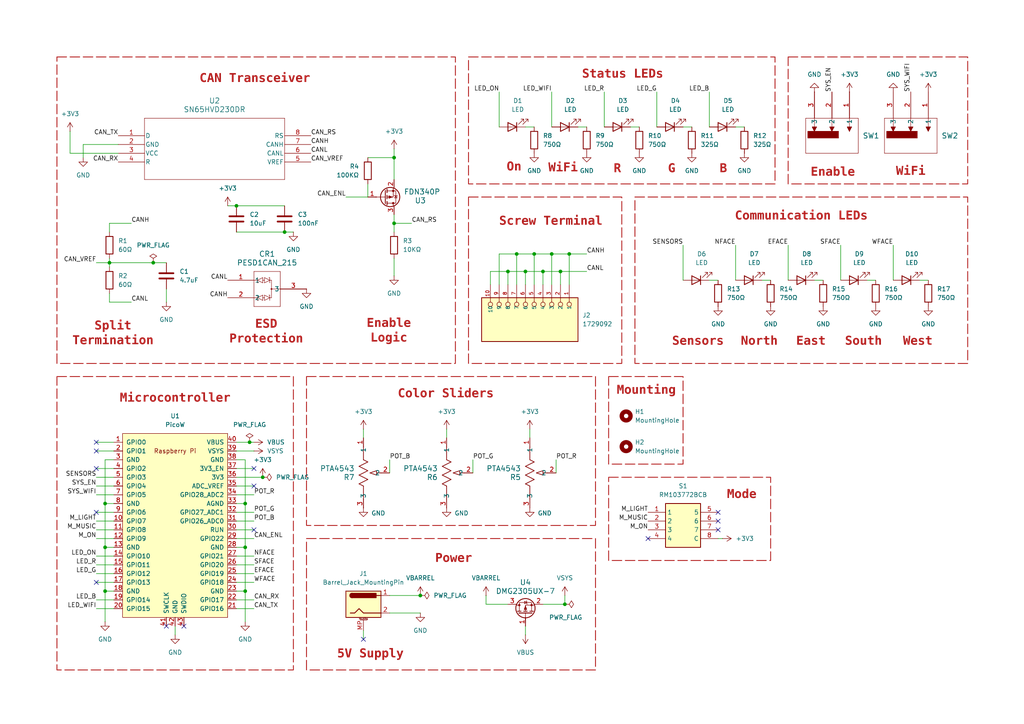
<source format=kicad_sch>
(kicad_sch (version 20231120) (generator "eeschema") (generator_version "8.0")
  (paper "A4")
  (title_block (title "McGraw Tower LED Control Panel") (date "2025-04-08") (rev "0"))
  (lib_symbols
    (symbol "1729092:1729092" (pin_names (offset 1.016))
      (property "Reference" "J" (at -6.85 15.24 0))
      (property "Value" "1729092" (at -6.35 -15.24 0))
      (symbol "1729092_0_0"
        (pin passive line (at -10.16 12.7 0) (length 5.08) (name "1") (number "1"))
        (pin passive line (at -10.16 -10.16 0) (length 5.08) (name "10") (number "10"))
        (pin passive line (at -10.16 10.16 0) (length 5.08) (name "2") (number "2"))
        (pin passive line (at -10.16 7.62 0) (length 5.08) (name "3") (number "3"))
        (pin passive line (at -10.16 5.08 0) (length 5.08) (name "4") (number "4"))
        (pin passive line (at -10.16 2.54 0) (length 5.08) (name "5") (number "5"))
        (pin passive line (at -10.16 0 0) (length 5.08) (name "6") (number "6"))
        (pin passive line (at -10.16 -2.54 0) (length 5.08) (name "7") (number "7"))
        (pin passive line (at -10.16 -5.08 0) (length 5.08) (name "8") (number "8"))
        (pin passive line (at -10.16 -7.62 0) (length 5.08) (name "9") (number "9"))
      )
    )
    (symbol "CAN:SN65HVD230DR" (pin_names (offset 0.254))
      (property "Reference" "U" (at 27.94 10.16 0))
      (property "Value" "SN65HVD230DR" (at 27.94 7.62 0))
      (symbol "SN65HVD230DR_0_1"
        (pin input line (at 0 0 0) (length 7.62) (name "D") (number "1"))
        (pin power_in line (at 0 -2.54 0) (length 7.62) (name "GND") (number "2"))
        (pin power_in line (at 0 -5.08 0) (length 7.62) (name "VCC") (number "3"))
        (pin input line (at 0 -7.62 0) (length 7.62) (name "R") (number "4"))
        (pin power_in line (at 55.88 -7.62 180) (length 7.62) (name "VREF") (number "5"))
        (pin output line (at 55.88 -5.08 180) (length 7.62) (name "CANL") (number "6"))
        (pin output line (at 55.88 -2.54 180) (length 7.62) (name "CANH") (number "7"))
        (pin input line (at 55.88 0 180) (length 7.62) (name "RS") (number "8"))
      )
    )
    (symbol "Connector:Barrel_Jack_MountingPin" (pin_names hide)
      (property "Reference" "J" (at 0 5.334 0))
      (property "Value" "Barrel_Jack_MountingPin" (at 1.27 -6.35 0))
      (symbol "Barrel_Jack_MountingPin_1_1"
        (text "Mounting" (at 0 -4.191 0) (effects (font (size 0.381 0.381))))
        (pin passive line (at 7.62 2.54 180) (length 2.54) (name "~") (number "1"))
        (pin passive line (at 7.62 -2.54 180) (length 2.54) (name "~") (number "2"))
        (pin passive line (at 0 -7.62 90) (length 3.048) (name "MountPin") (number "MP"))
      )
    )
    (symbol "Device:C" (pin_numbers hide) (pin_names (offset 0.254))
      (property "Reference" "C" (at 0.635 2.54 0))
      (property "Value" "C" (at 0.635 -2.54 0))
      (symbol "C_1_1"
        (pin passive line (at 0 3.81 270) (length 2.794) (name "~") (number "1"))
        (pin passive line (at 0 -3.81 90) (length 2.794) (name "~") (number "2"))
      )
    )
    (symbol "Device:LED" (pin_numbers hide) (pin_names (offset 1.016) hide)
      (property "Reference" "D" (at 0 2.54 0))
      (property "Value" "LED" (at 0 -2.54 0))
      (symbol "LED_1_1"
        (pin passive line (at -3.81 0 0) (length 2.54) (name "K") (number "1"))
        (pin passive line (at 3.81 0 180) (length 2.54) (name "A") (number "2"))
      )
    )
    (symbol "Device:R" (pin_numbers hide) (pin_names (offset 0))
      (property "Reference" "R" (at 2.032 0 90))
      (property "Value" "R" (at 0 0 90))
      (symbol "R_1_1"
        (pin passive line (at 0 3.81 270) (length 1.27) (name "~") (number "1"))
        (pin passive line (at 0 -3.81 90) (length 1.27) (name "~") (number "2"))
      )
    )
    (symbol "Mechanical:MountingHole" (pin_names (offset 1.016)) (exclude_from_sim yes) (in_bom no)
      (property "Reference" "H" (at 0 5.08 0))
      (property "Value" "MountingHole" (at 0 3.175 0))
    )
    (symbol "dmg2305ux:DMG2305UX-7" (pin_names (offset 0.254))
      (property "Reference" "U4" (at 19.05 5.08 90))
      (property "Value" "DMG2305UX-7" (at 16.51 5.08 90))
      (symbol "DMG2305UX-7_1_1"
        (pin power_in line (at 6.35 5.08 0) (length 2.54) (name "") (number "1"))
        (pin passive line (at 12.7 0 90) (length 2.54) (name "") (number "2"))
        (pin power_in line (at 12.7 10.16 270) (length 2.54) (name "") (number "3"))
      )
    )
    (symbol "fdn340p:FDN340P" (pin_names (offset 0.254))
      (property "Reference" "U3" (at 21.59 3.556 0))
      (property "Value" "FDN340P" (at 22.098 1.016 0))
      (symbol "FDN340P_1_1"
        (pin input line (at 6.35 2.54 0) (length 2.54) (name "") (number "1"))
        (pin unspecified line (at 13.97 -2.54 90) (length 2.54) (name "") (number "2"))
        (pin unspecified line (at 13.97 7.62 270) (length 2.54) (name "") (number "3"))
      )
    )
    (symbol "os102011ms2qn1:OS102011MS2QN1" (pin_names (offset 0.254))
      (property "Reference" "SW" (at 13.97 8.255 0))
      (property "Value" "OS102011MS2QN1" (at 20.32 5.08 0))
      (symbol "OS102011MS2QN1_0_1"
        (pin unspecified line (at 0 0 0) (length 7.62) (name "1") (number "1"))
        (pin unspecified line (at 0 -5.08 0) (length 7.62) (name "2") (number "2"))
        (pin unspecified line (at 0 -10.16 0) (length 7.62) (name "3") (number "3"))
      )
    )
    (symbol "pesd:PESD1CAN_215" (pin_names (offset 0.254))
      (property "Reference" "CR" (at 11.43 7.366 0))
      (property "Value" "PESD1CAN_215" (at 10.16 5.08 0))
      (symbol "PESD1CAN_215_0_1"
        (pin unspecified line (at 0 0 0) (length 7.62) (name "1") (number "1"))
        (pin unspecified line (at 0 -5.08 0) (length 7.62) (name "2") (number "2"))
        (pin unspecified line (at 22.86 -2.54 180) (length 7.62) (name "3") (number "3"))
      )
    )
    (symbol "pico:PicoW" (pin_names (offset 1.016))
      (property "Reference" "U1" (at 0 31.75 0))
      (property "Value" "PicoW" (at 0 29.21 0))
      (symbol "PicoW_0_0"
        (text "Raspberry Pi" (at 0 21.59 0) (effects (font (size 1.27 1.27))))
      )
      (symbol "PicoW_1_1"
        (pin bidirectional line (at -17.78 24.13 0) (length 2.54) (name "GPIO0") (number "1"))
        (pin bidirectional line (at -17.78 1.27 0) (length 2.54) (name "GPIO7") (number "10"))
        (pin bidirectional line (at -17.78 -1.27 0) (length 2.54) (name "GPIO8") (number "11"))
        (pin bidirectional line (at -17.78 -3.81 0) (length 2.54) (name "GPIO9") (number "12"))
        (pin power_in line (at -17.78 -6.35 0) (length 2.54) (name "GND") (number "13"))
        (pin bidirectional line (at -17.78 -8.89 0) (length 2.54) (name "GPIO10") (number "14"))
        (pin bidirectional line (at -17.78 -11.43 0) (length 2.54) (name "GPIO11") (number "15"))
        (pin bidirectional line (at -17.78 -13.97 0) (length 2.54) (name "GPIO12") (number "16"))
        (pin bidirectional line (at -17.78 -16.51 0) (length 2.54) (name "GPIO13") (number "17"))
        (pin power_in line (at -17.78 -19.05 0) (length 2.54) (name "GND") (number "18"))
        (pin bidirectional line (at -17.78 -21.59 0) (length 2.54) (name "GPIO14") (number "19"))
        (pin bidirectional line (at -17.78 21.59 0) (length 2.54) (name "GPIO1") (number "2"))
        (pin bidirectional line (at -17.78 -24.13 0) (length 2.54) (name "GPIO15") (number "20"))
        (pin bidirectional line (at 17.78 -24.13 180) (length 2.54) (name "GPIO16") (number "21"))
        (pin bidirectional line (at 17.78 -21.59 180) (length 2.54) (name "GPIO17") (number "22"))
        (pin power_in line (at 17.78 -19.05 180) (length 2.54) (name "GND") (number "23"))
        (pin bidirectional line (at 17.78 -16.51 180) (length 2.54) (name "GPIO18") (number "24"))
        (pin bidirectional line (at 17.78 -13.97 180) (length 2.54) (name "GPIO19") (number "25"))
        (pin bidirectional line (at 17.78 -11.43 180) (length 2.54) (name "GPIO20") (number "26"))
        (pin bidirectional line (at 17.78 -8.89 180) (length 2.54) (name "GPIO21") (number "27"))
        (pin power_in line (at 17.78 -6.35 180) (length 2.54) (name "GND") (number "28"))
        (pin bidirectional line (at 17.78 -3.81 180) (length 2.54) (name "GPIO22") (number "29"))
        (pin power_in line (at -17.78 19.05 0) (length 2.54) (name "GND") (number "3"))
        (pin input line (at 17.78 -1.27 180) (length 2.54) (name "RUN") (number "30"))
        (pin bidirectional line (at 17.78 1.27 180) (length 2.54) (name "GPIO26_ADC0") (number "31"))
        (pin bidirectional line (at 17.78 3.81 180) (length 2.54) (name "GPIO27_ADC1") (number "32"))
        (pin power_in line (at 17.78 6.35 180) (length 2.54) (name "AGND") (number "33"))
        (pin bidirectional line (at 17.78 8.89 180) (length 2.54) (name "GPIO28_ADC2") (number "34"))
        (pin unspecified line (at 17.78 11.43 180) (length 2.54) (name "ADC_VREF") (number "35"))
        (pin unspecified line (at 17.78 13.97 180) (length 2.54) (name "3V3") (number "36"))
        (pin input line (at 17.78 16.51 180) (length 2.54) (name "3V3_EN") (number "37"))
        (pin power_out line (at 17.78 19.05 180) (length 2.54) (name "GND") (number "38"))
        (pin unspecified line (at 17.78 21.59 180) (length 2.54) (name "VSYS") (number "39"))
        (pin bidirectional line (at -17.78 16.51 0) (length 2.54) (name "GPIO2") (number "4"))
        (pin unspecified line (at 17.78 24.13 180) (length 2.54) (name "VBUS") (number "40"))
        (pin input line (at -2.54 -29.21 90) (length 2.54) (name "SWCLK") (number "41"))
        (pin power_in line (at 0 -29.21 90) (length 2.54) (name "GND") (number "42"))
        (pin bidirectional line (at 2.54 -29.21 90) (length 2.54) (name "SWDIO") (number "43"))
        (pin bidirectional line (at -17.78 13.97 0) (length 2.54) (name "GPIO3") (number "5"))
        (pin bidirectional line (at -17.78 11.43 0) (length 2.54) (name "GPIO4") (number "6"))
        (pin bidirectional line (at -17.78 8.89 0) (length 2.54) (name "GPIO5") (number "7"))
        (pin power_in line (at -17.78 6.35 0) (length 2.54) (name "GND") (number "8"))
        (pin bidirectional line (at -17.78 3.81 0) (length 2.54) (name "GPIO6") (number "9"))
      )
    )
    (symbol "power:+3V3" (power) (pin_numbers hide) (pin_names (offset 0) hide)
      (property "Value" "+3V3" (at 0 3.556 0))
      (symbol "+3V3_1_1"
        (pin power_in line (at 0 0 90) (length 0) (name "~") (number "1"))
      )
    )
    (symbol "power:GND" (power) (pin_numbers hide) (pin_names (offset 0) hide)
      (property "Value" "GND" (at 0 -3.81 0))
      (symbol "GND_1_1"
        (pin power_in line (at 0 0 270) (length 0) (name "~") (number "1"))
      )
    )
    (symbol "power:PWR_FLAG" (power) (pin_numbers hide) (pin_names (offset 0) hide)
      (property "Value" "PWR_FLAG" (at 0 3.81 0))
      (symbol "PWR_FLAG_0_0"
        (pin power_out line (at 0 0 90) (length 0) (name "~") (number "1"))
      )
    )
    (symbol "power:VBUS" (power) (pin_numbers hide) (pin_names (offset 0) hide)
      (property "Value" "VBUS" (at 0 3.556 0))
      (symbol "VBUS_1_1"
        (pin power_in line (at 0 0 90) (length 0) (name "~") (number "1"))
      )
    )
    (symbol "power:VD" (power) (pin_numbers hide) (pin_names (offset 0) hide)
      (property "Value" "VD" (at 0 3.556 0))
      (symbol "VD_1_1"
        (pin power_in line (at 0 0 90) (length 0) (name "~") (number "1"))
      )
    )
    (symbol "pta4543:PTA4543-2015DPA103" (pin_names (offset 0.254))
      (property "Reference" "R" (at 10.795 -3.175 0))
      (property "Value" "PTA4543-2015DPA103" (at 10.795 -6.35 0))
      (symbol "PTA4543-2015DPA103_1_1"
        (pin unspecified line (at 0 0 0) (length 2.54) (name "1") (number "1"))
        (pin unspecified line (at 10.16 7.62 270) (length 2.54) (name "2") (number "2"))
        (pin unspecified line (at 20.32 0 180) (length 2.54) (name "3") (number "3"))
      )
      (symbol "PTA4543-2015DPA103_1_2"
        (pin unspecified line (at 0 0 270) (length 2.54) (name "1") (number "1"))
        (pin unspecified line (at -7.62 -10.16 0) (length 2.54) (name "2") (number "2"))
        (pin unspecified line (at 0 -20.32 90) (length 2.54) (name "3") (number "3"))
      )
    )
    (symbol "rm103772bcb:RM103772BCB"
      (property "Reference" "S" (at 16.51 7.62 0))
      (property "Value" "RM103772BCB" (at 16.51 5.08 0))
      (symbol "RM103772BCB_1_1"
        (pin passive line (at 0 0 0) (length 5.08) (name "1") (number "1"))
        (pin passive line (at 0 -2.54 0) (length 5.08) (name "2") (number "2"))
        (pin passive line (at 0 -5.08 0) (length 5.08) (name "3") (number "3"))
        (pin passive line (at 0 -7.62 0) (length 5.08) (name "4") (number "4"))
        (pin passive line (at 20.32 0 180) (length 5.08) (name "5") (number "5"))
        (pin passive line (at 20.32 -2.54 180) (length 5.08) (name "6") (number "6"))
        (pin passive line (at 20.32 -5.08 180) (length 5.08) (name "7") (number "7"))
        (pin passive line (at 20.32 -7.62 180) (length 5.08) (name "C") (number "8"))
      )
    )
  )
  (junction (at 157.48 78.74))
  (junction (at 31.75 76.2))
  (junction (at 71.12 158.75))
  (junction (at 68.58 59.69))
  (junction (at 154.94 73.66))
  (junction (at 72.39 128.27))
  (junction (at 76.2 138.43))
  (junction (at 160.02 73.66))
  (junction (at 147.32 78.74))
  (junction (at 162.56 78.74))
  (junction (at 121.92 172.72))
  (junction (at 165.1 73.66))
  (junction (at 82.55 67.31))
  (junction (at 114.3 45.72))
  (junction (at 163.83 175.26))
  (junction (at 44.45 76.2))
  (junction (at 114.3 64.77))
  (junction (at 30.48 146.05))
  (junction (at 71.12 146.05))
  (junction (at 152.4 78.74))
  (junction (at 30.48 171.45))
  (junction (at 149.86 73.66))
  (junction (at 71.12 171.45))
  (junction (at 30.48 158.75))
  (no_connect (at 27.94 130.81))
  (no_connect (at 27.94 148.59))
  (no_connect (at 208.28 148.59))
  (no_connect (at 73.66 140.97))
  (no_connect (at 27.94 135.89))
  (no_connect (at 208.28 153.67))
  (no_connect (at 208.28 151.13))
  (no_connect (at 73.66 135.89))
  (no_connect (at 27.94 128.27))
  (no_connect (at 53.34 181.61))
  (no_connect (at 73.66 153.67))
  (no_connect (at 48.26 181.61))
  (no_connect (at 105.41 185.42))
  (no_connect (at 27.94 168.91))
  (no_connect (at 187.96 156.21))
  (wire (pts (xy 27.94 163.83) (xy 33.02 163.83)))
  (wire (pts (xy 152.4 78.74) (xy 152.4 82.55)))
  (wire (pts (xy 68.58 161.29) (xy 73.66 161.29)))
  (wire (pts (xy 68.58 128.27) (xy 72.39 128.27)))
  (wire (pts (xy 27.94 148.59) (xy 33.02 148.59)))
  (wire (pts (xy 27.94 153.67) (xy 33.02 153.67)))
  (wire (pts (xy 38.1 87.63) (xy 31.75 87.63)))
  (wire (pts (xy 68.58 143.51) (xy 73.66 143.51)))
  (wire (pts (xy 33.02 133.35) (xy 30.48 133.35)))
  (wire (pts (xy 161.29 133.35) (xy 161.29 137.16)))
  (wire (pts (xy 140.97 175.26) (xy 147.32 175.26)))
  (wire (pts (xy 142.24 78.74) (xy 147.32 78.74)))
  (wire (pts (xy 34.29 41.91) (xy 24.13 41.91)))
  (wire (pts (xy 266.7 81.28) (xy 269.24 81.28)))
  (wire (pts (xy 100.33 57.15) (xy 106.68 57.15)))
  (wire (pts (xy 175.26 26.67) (xy 175.26 36.83)))
  (wire (pts (xy 30.48 171.45) (xy 33.02 171.45)))
  (wire (pts (xy 66.04 59.69) (xy 68.58 59.69)))
  (wire (pts (xy 31.75 76.2) (xy 31.75 77.47)))
  (wire (pts (xy 157.48 78.74) (xy 162.56 78.74)))
  (wire (pts (xy 68.58 130.81) (xy 73.66 130.81)))
  (wire (pts (xy 149.86 73.66) (xy 149.86 82.55)))
  (wire (pts (xy 30.48 158.75) (xy 30.48 171.45)))
  (wire (pts (xy 68.58 133.35) (xy 71.12 133.35)))
  (wire (pts (xy 228.6 71.12) (xy 228.6 81.28)))
  (wire (pts (xy 190.5 26.67) (xy 190.5 36.83)))
  (wire (pts (xy 154.94 73.66) (xy 149.86 73.66)))
  (wire (pts (xy 113.03 177.8) (xy 121.92 177.8)))
  (wire (pts (xy 68.58 146.05) (xy 71.12 146.05)))
  (wire (pts (xy 154.94 73.66) (xy 154.94 82.55)))
  (wire (pts (xy 30.48 146.05) (xy 30.48 158.75)))
  (wire (pts (xy 68.58 67.31) (xy 82.55 67.31)))
  (wire (pts (xy 71.12 171.45) (xy 71.12 180.34)))
  (wire (pts (xy 68.58 168.91) (xy 73.66 168.91)))
  (wire (pts (xy 259.08 71.12) (xy 259.08 81.28)))
  (wire (pts (xy 68.58 176.53) (xy 73.66 176.53)))
  (wire (pts (xy 68.58 166.37) (xy 73.66 166.37)))
  (wire (pts (xy 149.86 73.66) (xy 144.78 73.66)))
  (wire (pts (xy 114.3 45.72) (xy 114.3 52.07)))
  (wire (pts (xy 20.32 44.45) (xy 20.32 38.1)))
  (wire (pts (xy 251.46 81.28) (xy 254 81.28)))
  (wire (pts (xy 205.74 26.67) (xy 205.74 36.83)))
  (wire (pts (xy 160.02 26.67) (xy 160.02 36.83)))
  (wire (pts (xy 152.4 36.83) (xy 154.94 36.83)))
  (wire (pts (xy 50.8 181.61) (xy 50.8 184.15)))
  (wire (pts (xy 160.02 73.66) (xy 160.02 82.55)))
  (wire (pts (xy 147.32 78.74) (xy 152.4 78.74)))
  (wire (pts (xy 27.94 143.51) (xy 33.02 143.51)))
  (wire (pts (xy 140.97 172.72) (xy 140.97 175.26)))
  (wire (pts (xy 129.54 124.46) (xy 129.54 127)))
  (wire (pts (xy 27.94 173.99) (xy 33.02 173.99)))
  (wire (pts (xy 27.94 176.53) (xy 33.02 176.53)))
  (wire (pts (xy 105.41 182.88) (xy 105.41 185.42)))
  (wire (pts (xy 114.3 74.93) (xy 114.3 80.01)))
  (wire (pts (xy 71.12 133.35) (xy 71.12 146.05)))
  (wire (pts (xy 170.18 78.74) (xy 162.56 78.74)))
  (wire (pts (xy 68.58 135.89) (xy 73.66 135.89)))
  (wire (pts (xy 68.58 163.83) (xy 73.66 163.83)))
  (wire (pts (xy 27.94 166.37) (xy 33.02 166.37)))
  (wire (pts (xy 153.67 124.46) (xy 153.67 127)))
  (wire (pts (xy 68.58 158.75) (xy 71.12 158.75)))
  (wire (pts (xy 113.03 172.72) (xy 121.92 172.72)))
  (wire (pts (xy 30.48 171.45) (xy 30.48 180.34)))
  (wire (pts (xy 182.88 36.83) (xy 185.42 36.83)))
  (wire (pts (xy 208.28 156.21) (xy 209.55 156.21)))
  (wire (pts (xy 147.32 78.74) (xy 147.32 82.55)))
  (wire (pts (xy 68.58 138.43) (xy 76.2 138.43)))
  (wire (pts (xy 236.22 81.28) (xy 238.76 81.28)))
  (wire (pts (xy 48.26 83.82) (xy 48.26 87.63)))
  (wire (pts (xy 170.18 73.66) (xy 165.1 73.66)))
  (wire (pts (xy 163.83 175.26) (xy 163.83 172.72)))
  (wire (pts (xy 27.94 156.21) (xy 33.02 156.21)))
  (wire (pts (xy 31.75 64.77) (xy 31.75 67.31)))
  (wire (pts (xy 71.12 146.05) (xy 71.12 158.75)))
  (wire (pts (xy 27.94 128.27) (xy 33.02 128.27)))
  (wire (pts (xy 68.58 171.45) (xy 71.12 171.45)))
  (wire (pts (xy 44.45 76.2) (xy 48.26 76.2)))
  (wire (pts (xy 113.03 133.35) (xy 113.03 137.16)))
  (wire (pts (xy 114.3 62.23) (xy 114.3 64.77)))
  (wire (pts (xy 167.64 36.83) (xy 170.18 36.83)))
  (wire (pts (xy 213.36 36.83) (xy 215.9 36.83)))
  (wire (pts (xy 24.13 41.91) (xy 24.13 45.72)))
  (wire (pts (xy 27.94 135.89) (xy 33.02 135.89)))
  (wire (pts (xy 160.02 73.66) (xy 154.94 73.66)))
  (wire (pts (xy 157.48 78.74) (xy 157.48 82.55)))
  (wire (pts (xy 220.98 81.28) (xy 223.52 81.28)))
  (wire (pts (xy 114.3 64.77) (xy 119.38 64.77)))
  (wire (pts (xy 38.1 64.77) (xy 31.75 64.77)))
  (wire (pts (xy 213.36 71.12) (xy 213.36 81.28)))
  (wire (pts (xy 152.4 181.61) (xy 152.4 184.15)))
  (wire (pts (xy 68.58 148.59) (xy 73.66 148.59)))
  (wire (pts (xy 205.74 81.28) (xy 208.28 81.28)))
  (wire (pts (xy 68.58 173.99) (xy 73.66 173.99)))
  (wire (pts (xy 27.94 138.43) (xy 33.02 138.43)))
  (wire (pts (xy 157.48 175.26) (xy 163.83 175.26)))
  (wire (pts (xy 68.58 151.13) (xy 73.66 151.13)))
  (wire (pts (xy 68.58 156.21) (xy 73.66 156.21)))
  (wire (pts (xy 27.94 140.97) (xy 33.02 140.97)))
  (wire (pts (xy 106.68 53.34) (xy 106.68 57.15)))
  (wire (pts (xy 198.12 36.83) (xy 200.66 36.83)))
  (wire (pts (xy 27.94 168.91) (xy 33.02 168.91)))
  (wire (pts (xy 165.1 73.66) (xy 160.02 73.66)))
  (wire (pts (xy 114.3 43.18) (xy 114.3 45.72)))
  (wire (pts (xy 72.39 128.27) (xy 73.66 128.27)))
  (wire (pts (xy 27.94 130.81) (xy 33.02 130.81)))
  (wire (pts (xy 82.55 67.31) (xy 85.09 67.31)))
  (wire (pts (xy 68.58 153.67) (xy 73.66 153.67)))
  (wire (pts (xy 34.29 44.45) (xy 20.32 44.45)))
  (wire (pts (xy 106.68 45.72) (xy 114.3 45.72)))
  (wire (pts (xy 30.48 146.05) (xy 33.02 146.05)))
  (wire (pts (xy 71.12 158.75) (xy 71.12 171.45)))
  (wire (pts (xy 137.16 133.35) (xy 137.16 137.16)))
  (wire (pts (xy 114.3 64.77) (xy 114.3 67.31)))
  (wire (pts (xy 27.94 151.13) (xy 33.02 151.13)))
  (wire (pts (xy 30.48 133.35) (xy 30.48 146.05)))
  (wire (pts (xy 152.4 78.74) (xy 157.48 78.74)))
  (wire (pts (xy 31.75 74.93) (xy 31.75 76.2)))
  (wire (pts (xy 31.75 76.2) (xy 44.45 76.2)))
  (wire (pts (xy 27.94 76.2) (xy 31.75 76.2)))
  (wire (pts (xy 27.94 161.29) (xy 33.02 161.29)))
  (wire (pts (xy 165.1 73.66) (xy 165.1 82.55)))
  (wire (pts (xy 144.78 26.67) (xy 144.78 36.83)))
  (wire (pts (xy 105.41 124.46) (xy 105.41 127)))
  (wire (pts (xy 243.84 71.12) (xy 243.84 81.28)))
  (wire (pts (xy 68.58 59.69) (xy 82.55 59.69)))
  (wire (pts (xy 30.48 158.75) (xy 33.02 158.75)))
  (wire (pts (xy 198.12 71.12) (xy 198.12 81.28)))
  (wire (pts (xy 142.24 82.55) (xy 142.24 78.74)))
  (wire (pts (xy 68.58 140.97) (xy 73.66 140.97)))
  (wire (pts (xy 31.75 87.63) (xy 31.75 85.09)))
  (wire (pts (xy 144.78 73.66) (xy 144.78 82.55)))
  (wire (pts (xy 162.56 78.74) (xy 162.56 82.55)))
  (rectangle (start 16.51 16.51) (end 132.08 105.41) (stroke (width 0.254) (type dash) (color 179 27 27 1)))
  (rectangle (start 135.89 16.51) (end 224.79 53.34) (stroke (width 0.254) (type dash) (color 179 27 27 1)))
  (rectangle (start 176.53 138.43) (end 223.52 162.56) (stroke (width 0.254) (type dash) (color 179 27 27 1)))
  (rectangle (start 135.89 57.15) (end 180.34 105.41) (stroke (width 0.254) (type dash) (color 179 27 27 1)))
  (rectangle (start 184.15 57.15) (end 280.67 105.41) (stroke (width 0.254) (type dash) (color 179 27 27 1)))
  (rectangle (start 88.9 156.21) (end 172.72 194.31) (stroke (width 0.254) (type dash) (color 179 27 27 1)))
  (rectangle (start 16.51 109.22) (end 85.09 194.31) (stroke (width 0.254) (type dash) (color 179 27 27 1)))
  (rectangle (start 176.53 109.22) (end 198.12 134.62) (stroke (width 0.254) (type dash) (color 179 27 27 1)))
  (rectangle (start 228.6 16.51) (end 280.67 53.34) (stroke (width 0.254) (type dash) (color 179 27 27 1)))
  (rectangle (start 88.9 109.22) (end 172.72 152.4) (stroke (width 0.254) (type dash) (color 179 27 27 1)))
  (text "WiFi" (at 163.322 49.53 0) (effects (font (size 2.54 2.54) (bold yes))))
  (text "Sensors" (at 202.438 99.822 0) (effects (font (size 2.54 2.54) (bold yes))))
  (text "Status LEDs" (at 180.594 22.352 0) (effects (font (size 2.54 2.54) (bold yes))))
  (text "WiFi" (at 264.16 50.546 0) (effects (font (size 2.54 2.54) (bold yes))))
  (text "5V Supply" (at 107.442 190.5 0) (effects (font (size 2.54 2.54) (bold yes))))
  (text "G" (at 194.818 49.784 0) (effects (font (size 2.54 2.54) (bold yes))))
  (text "Split\nTermination" (at 32.766 97.536 0) (effects (font (size 2.54 2.54) (bold yes))))
  (text "Power" (at 131.572 162.814 0) (effects (font (size 2.54 2.54) (bold yes))))
  (text "On\n" (at 149.098 49.276 0) (effects (font (size 2.54 2.54) (bold yes))))
  (text "Mode" (at 215.138 144.272 0) (effects (font (size 2.54 2.54) (bold yes))))
  (text "South" (at 250.444 99.822 0) (effects (font (size 2.54 2.54) (bold yes))))
  (text "Color Sliders" (at 129.286 115.062 0) (effects (font (size 2.54 2.54) (bold yes))))
  (text "Communication LEDs" (at 232.41 63.5 0) (effects (font (size 2.54 2.54) (bold yes))))
  (text "Enable\nLogic" (at 112.776 96.774 0) (effects (font (size 2.54 2.54) (bold yes))))
  (text "East" (at 235.204 99.822 0) (effects (font (size 2.54 2.54) (bold yes))))
  (text "Enable" (at 241.554 50.8 0) (effects (font (size 2.54 2.54) (bold yes))))
  (text "Screw Terminal" (at 159.766 65.024 0) (effects (font (size 2.54 2.54) (bold yes))))
  (text "B" (at 209.804 49.784 0) (effects (font (size 2.54 2.54) (bold yes))))
  (text "Microcontroller" (at 50.8 116.332 0) (effects (font (size 2.54 2.54) (bold yes))))
  (text "CAN Transceiver" (at 73.914 23.622 0) (effects (font (size 2.54 2.54) (bold yes))))
  (text "ESD\nProtection" (at 77.216 97.028 0) (effects (font (size 2.54 2.54) (bold yes))))
  (text "R" (at 179.07 49.784 0) (effects (font (size 2.54 2.54) (bold yes))))
  (text "North" (at 220.218 99.822 0) (effects (font (size 2.54 2.54) (bold yes))))
  (text "Mounting" (at 187.452 114.046 0) (effects (font (size 2.54 2.54) (bold yes))))
  (text "West" (at 266.192 99.822 0) (effects (font (size 2.54 2.54) (bold yes))))
  (label "LED_R" (at 27.94 163.83 180))
  (label "CAN_ENL" (at 100.33 57.15 180))
  (label "LED_B" (at 27.94 173.99 180))
  (label "SENSORS" (at 198.12 71.12 180))
  (label "SYS_EN" (at 241.3 26.67 90))
  (label "POT_R" (at 73.66 143.51 0))
  (label "SYS_EN" (at 27.94 140.97 180))
  (label "POT_G" (at 73.66 148.59 0))
  (label "CANL" (at 170.18 78.74 0))
  (label "WFACE" (at 259.08 71.12 180))
  (label "CAN_VREF" (at 90.17 46.99 0))
  (label "CAN_TX" (at 73.66 176.53 0))
  (label "M_LIGHT" (at 187.96 148.59 180))
  (label "LED_G" (at 27.94 166.37 180))
  (label "CAN_VREF" (at 27.94 76.2 180))
  (label "SENSORS" (at 27.94 138.43 180))
  (label "POT_B" (at 73.66 151.13 0))
  (label "POT_B" (at 113.03 133.35 0))
  (label "LED_WIFI" (at 160.02 26.67 180))
  (label "SYS_WIFI" (at 264.16 26.67 90))
  (label "LED_B" (at 205.74 26.67 180))
  (label "CAN_RX" (at 73.66 173.99 0))
  (label "POT_G" (at 137.16 133.35 0))
  (label "NFACE" (at 213.36 71.12 180))
  (label "LED_R" (at 175.26 26.67 180))
  (label "M_LIGHT" (at 27.94 151.13 180))
  (label "CANH" (at 38.1 64.77 0))
  (label "POT_R" (at 161.29 133.35 0))
  (label "LED_ON" (at 144.78 26.67 180))
  (label "M_ON" (at 187.96 153.67 180))
  (label "CANH" (at 66.04 86.36 180))
  (label "LED_ON" (at 27.94 161.29 180))
  (label "WFACE" (at 73.66 168.91 0))
  (label "CAN_RX" (at 34.29 46.99 180))
  (label "LED_G" (at 190.5 26.67 180))
  (label "CAN_RS" (at 119.38 64.77 0))
  (label "CANH" (at 170.18 73.66 0))
  (label "M_MUSIC" (at 187.96 151.13 180))
  (label "SFACE" (at 73.66 163.83 0))
  (label "CAN_TX" (at 34.29 39.37 180))
  (label "CANL" (at 90.17 44.45 0))
  (label "EFACE" (at 228.6 71.12 180))
  (label "M_MUSIC" (at 27.94 153.67 180))
  (label "NFACE" (at 73.66 161.29 0))
  (label "CANL" (at 66.04 81.28 180))
  (label "CANL" (at 38.1 87.63 0))
  (label "SYS_WIFI" (at 27.94 143.51 180))
  (label "CAN_RS" (at 90.17 39.37 0))
  (label "CAN_ENL" (at 73.66 156.21 0))
  (label "EFACE" (at 73.66 166.37 0))
  (label "M_ON" (at 27.94 156.21 180))
  (label "LED_WIFI" (at 27.94 176.53 180))
  (label "CANH" (at 90.17 41.91 0))
  (label "SFACE" (at 243.84 71.12 180))
  (symbol (lib_id "Device:R") (at 114.3 71.12 0) (unit 1)
    (property "Reference" "R3" (at 116.84 69.8499 0) (effects (justify left)))
    (property "Value" "10KΩ" (at 116.84 72.3899 0) (effects (justify left)))
    (property "Footprint" "Resistor_SMD:R_0603_1608Metric" (effects (hide yes)))
    (property "Description" "Resistor" (effects (hide yes)))
  )
  (symbol (lib_id "1729092:1729092") (at 152.4 92.71 270) (unit 1)
    (property "Reference" "J2" (at 168.91 91.4399 90) (effects (justify left)))
    (property "Value" "1729092" (at 168.91 93.9799 90) (effects (justify left)))
    (property "Footprint" "1729092:PHOENIX_1729092" (effects (hide yes)))
    (property "DigiKey_Part_Number" "277-1244-ND" (effects (hide yes)))
    (property "SnapEDA_Link" "https://www.snapeda.com/parts/1729092/Phoenix+Contact/view-part/?ref=snap" (effects (hide yes)))
    (property "Description_1" "\n                        \n                            PCB Terminal Screw 5mm 16AWG 400V 13.5A 10 Position COMBICON MKDSN Series | Phoenix Contact 1729092\n                        \n" (effects (hide yes)))
    (property "Package" "None" (effects (hide yes)))
    (property "Check_prices" "https://www.snapeda.com/parts/1729092/Phoenix+Contact/view-part/?ref=eda" (effects (hide yes)))
    (property "MF" "Phoenix Contact" (effects (hide yes)))
    (property "MP" "1729092" (effects (hide yes)))
    (property "MANUFACTURER" "PHOENIX" (effects (hide yes)))
  )
  (symbol (lib_id "Connector:Barrel_Jack_MountingPin") (at 105.41 175.26 0) (unit 1)
    (property "Reference" "J1" (at 105.41 166.37 0))
    (property "Value" "Barrel_Jack_MountingPin" (at 105.41 168.91 0))
    (property "Footprint" "Connector_BarrelJack:BarrelJack_CUI_PJ-102AH_Horizontal" (effects (hide yes)))
    (property "Description" "DC Barrel Jack with a mounting pin" (effects (hide yes)))
  )
  (symbol (lib_id "power:GND") (at 50.8 184.15 0) (unit 1)
    (property "Reference" "#PWR03" (effects (hide yes)))
    (property "Value" "GND" (at 50.8 189.23 0))
    (property "Description" "Power symbol creates a global label with name \"GND\" , ground" (effects (hide yes)))
  )
  (symbol (lib_id "Device:LED") (at 262.89 81.28 180) (unit 1)
    (property "Reference" "D10" (at 264.4775 73.66 0))
    (property "Value" "LED" (at 264.4775 76.2 0))
    (property "Footprint" "LED_SMD:LED_0603_1608Metric" (effects (hide yes)))
    (property "Description" "Light emitting diode" (effects (hide yes)))
  )
  (symbol (lib_id "Device:LED") (at 148.59 36.83 180) (unit 1)
    (property "Reference" "D1" (at 150.1775 29.21 0))
    (property "Value" "LED" (at 150.1775 31.75 0))
    (property "Footprint" "LED_SMD:LED_0603_1608Metric" (effects (hide yes)))
    (property "Description" "Light emitting diode" (effects (hide yes)))
  )
  (symbol (lib_id "power:GND") (at 105.41 147.32 0) (unit 1)
    (property "Reference" "#PWR024" (effects (hide yes)))
    (property "Value" "GND" (at 109.728 148.844 0))
    (property "Description" "Power symbol creates a global label with name \"GND\" , ground" (effects (hide yes)))
  )
  (symbol (lib_id "Device:R") (at 200.66 40.64 0) (unit 1)
    (property "Reference" "R11" (at 203.2 39.3699 0) (effects (justify left)))
    (property "Value" "325Ω" (at 203.2 41.9099 0) (effects (justify left)))
    (property "Footprint" "Resistor_SMD:R_0603_1608Metric" (effects (hide yes)))
    (property "Description" "Resistor" (effects (hide yes)))
  )
  (symbol (lib_id "power:GND") (at 154.94 44.45 0) (unit 1)
    (property "Reference" "#PWR030" (effects (hide yes)))
    (property "Value" "GND" (at 154.94 49.53 0))
    (property "Description" "Power symbol creates a global label with name \"GND\" , ground" (effects (hide yes)))
  )
  (symbol (lib_id "power:+3V3") (at 20.32 38.1 0) (unit 1)
    (property "Reference" "#PWR05" (effects (hide yes)))
    (property "Value" "+3V3" (at 20.32 33.02 0))
    (property "Description" "Power symbol creates a global label with name \"+3V3\"" (effects (hide yes)))
  )
  (symbol (lib_id "Device:R") (at 215.9 40.64 0) (unit 1)
    (property "Reference" "R12" (at 218.44 39.3699 0) (effects (justify left)))
    (property "Value" "325Ω" (at 218.44 41.9099 0) (effects (justify left)))
    (property "Footprint" "Resistor_SMD:R_0603_1608Metric" (effects (hide yes)))
    (property "Description" "Resistor" (effects (hide yes)))
  )
  (symbol (lib_id "power:GND") (at 48.26 87.63 0) (unit 1)
    (property "Reference" "#PWR06" (effects (hide yes)))
    (property "Value" "GND" (at 48.26 92.71 0))
    (property "Description" "Power symbol creates a global label with name \"GND\" , ground" (effects (hide yes)))
  )
  (symbol (lib_id "power:GND") (at 236.22 26.67 180) (unit 1)
    (property "Reference" "#PWR026" (effects (hide yes)))
    (property "Value" "GND" (at 236.22 21.59 0))
    (property "Description" "Power symbol creates a global label with name \"GND\" , ground" (effects (hide yes)))
  )
  (symbol (lib_id "power:+3V3") (at 209.55 156.21 270) (unit 1)
    (property "Reference" "#PWR025" (effects (hide yes)))
    (property "Value" "+3V3" (at 213.36 156.2099 90) (effects (justify left)))
    (property "Description" "Power symbol creates a global label with name \"+3V3\"" (effects (hide yes)))
  )
  (symbol (lib_id "power:GND") (at 215.9 44.45 0) (unit 1)
    (property "Reference" "#PWR034" (effects (hide yes)))
    (property "Value" "GND" (at 215.9 49.53 0))
    (property "Description" "Power symbol creates a global label with name \"GND\" , ground" (effects (hide yes)))
  )
  (symbol (lib_id "power:VD") (at 73.66 130.81 270) (unit 1)
    (property "Reference" "#PWR018" (effects (hide yes)))
    (property "Value" "VSYS" (at 77.47 130.8099 90) (effects (justify left)))
    (property "Description" "Power symbol creates a global label with name \"VD\"" (effects (hide yes)))
  )
  (symbol (lib_id "Device:LED") (at 201.93 81.28 180) (unit 1)
    (property "Reference" "D6" (at 203.5175 73.66 0))
    (property "Value" "LED" (at 203.5175 76.2 0))
    (property "Footprint" "LED_SMD:LED_0603_1608Metric" (effects (hide yes)))
    (property "Description" "Light emitting diode" (effects (hide yes)))
  )
  (symbol (lib_id "power:VBUS") (at 73.66 128.27 270) (unit 1)
    (property "Reference" "#PWR017" (effects (hide yes)))
    (property "Value" "VBUS" (at 77.47 128.2699 90) (effects (justify left)))
    (property "Description" "Power symbol creates a global label with name \"VBUS\"" (effects (hide yes)))
  )
  (symbol (lib_id "power:GND") (at 259.08 26.67 180) (unit 1)
    (property "Reference" "#PWR029" (effects (hide yes)))
    (property "Value" "GND" (at 259.08 21.59 0))
    (property "Description" "Power symbol creates a global label with name \"GND\" , ground" (effects (hide yes)))
  )
  (symbol (lib_id "Device:C") (at 82.55 63.5 0) (unit 1)
    (property "Reference" "C3" (at 86.36 62.2299 0) (effects (justify left)))
    (property "Value" "100nF" (at 86.36 64.7699 0) (effects (justify left)))
    (property "Footprint" "Capacitor_SMD:C_0603_1608Metric" (effects (hide yes)))
    (property "Description" "Unpolarized capacitor" (effects (hide yes)))
  )
  (symbol (lib_id "power:GND") (at 71.12 180.34 0) (unit 1)
    (property "Reference" "#PWR01" (effects (hide yes)))
    (property "Value" "GND" (at 71.12 185.42 0))
    (property "Description" "Power symbol creates a global label with name \"GND\" , ground" (effects (hide yes)))
  )
  (symbol (lib_id "pta4543:PTA4543-2015DPA103") (at 153.67 127 270) (unit 1)
    (property "Reference" "R5" (at 151.13 138.4301 90) (effects (font (size 1.524 1.524)) (justify right)))
    (property "Value" "PTA4543" (at 151.13 135.8901 90) (effects (font (size 1.524 1.524)) (justify right)))
    (property "Footprint" "pta4543:POT_PTA4543" (effects (hide yes)))
    (property "Datasheet" "PTA4543-2015DPA103" (effects (hide yes)))
  )
  (symbol (lib_id "power:GND") (at 24.13 45.72 0) (unit 1)
    (property "Reference" "#PWR04" (effects (hide yes)))
    (property "Value" "GND" (at 24.13 50.8 0))
    (property "Description" "Power symbol creates a global label with name \"GND\" , ground" (effects (hide yes)))
  )
  (symbol (lib_id "power:PWR_FLAG") (at 121.92 172.72 270) (unit 1)
    (property "Reference" "#FLG01" (effects (hide yes)))
    (property "Value" "PWR_FLAG" (at 125.73 172.7199 90) (effects (justify left)))
    (property "Description" "Special symbol for telling ERC where power comes from" (effects (hide yes)))
  )
  (symbol (lib_id "power:PWR_FLAG") (at 163.83 175.26 270) (unit 1)
    (property "Reference" "#FLG04" (effects (hide yes)))
    (property "Value" "PWR_FLAG" (at 159.258 179.07 90) (effects (justify left)))
    (property "Description" "Special symbol for telling ERC where power comes from" (effects (hide yes)))
  )
  (symbol (lib_id "Device:R") (at 185.42 40.64 0) (unit 1)
    (property "Reference" "R10" (at 187.96 39.3699 0) (effects (justify left)))
    (property "Value" "750Ω" (at 187.96 41.9099 0) (effects (justify left)))
    (property "Footprint" "Resistor_SMD:R_1206_3216Metric" (effects (hide yes)))
    (property "Description" "Resistor" (effects (hide yes)))
  )
  (symbol (lib_id "power:GND") (at 254 88.9 0) (unit 1)
    (property "Reference" "#PWR038" (effects (hide yes)))
    (property "Value" "GND" (at 254 93.98 0))
    (property "Description" "Power symbol creates a global label with name \"GND\" , ground" (effects (hide yes)))
  )
  (symbol (lib_id "power:GND") (at 185.42 44.45 0) (unit 1)
    (property "Reference" "#PWR032" (effects (hide yes)))
    (property "Value" "GND" (at 185.42 49.53 0))
    (property "Description" "Power symbol creates a global label with name \"GND\" , ground" (effects (hide yes)))
  )
  (symbol (lib_id "Device:LED") (at 247.65 81.28 180) (unit 1)
    (property "Reference" "D9" (at 249.2375 73.66 0))
    (property "Value" "LED" (at 249.2375 76.2 0))
    (property "Footprint" "LED_SMD:LED_0603_1608Metric" (effects (hide yes)))
    (property "Description" "Light emitting diode" (effects (hide yes)))
  )
  (symbol (lib_id "os102011ms2qn1:OS102011MS2QN1") (at 246.38 26.67 270) (unit 1)
    (property "Reference" "SW1" (at 250.19 39.3699 90) (effects (font (size 1.524 1.524)) (justify left)))
    (property "Value" "OS102011MS2QN1" (effects (hide yes)))
    (property "Footprint" "os102011ms2qn1:SPDT_OS102011_CNK" (effects (hide yes)))
    (property "Datasheet" "OS102011MS2QN1" (effects (hide yes)))
  )
  (symbol (lib_id "pta4543:PTA4543-2015DPA103") (at 129.54 127 270) (unit 1)
    (property "Reference" "R6" (at 127 138.4301 90) (effects (font (size 1.524 1.524)) (justify right)))
    (property "Value" "PTA4543" (at 127 135.8901 90) (effects (font (size 1.524 1.524)) (justify right)))
    (property "Footprint" "pta4543:POT_PTA4543" (effects (hide yes)))
    (property "Datasheet" "PTA4543-2015DPA103" (effects (hide yes)))
  )
  (symbol (lib_id "Device:LED") (at 232.41 81.28 180) (unit 1)
    (property "Reference" "D8" (at 233.9975 73.66 0))
    (property "Value" "LED" (at 233.9975 76.2 0))
    (property "Footprint" "LED_SMD:LED_0603_1608Metric" (effects (hide yes)))
    (property "Description" "Light emitting diode" (effects (hide yes)))
  )
  (symbol (lib_id "power:GND") (at 129.54 147.32 0) (unit 1)
    (property "Reference" "#PWR023" (effects (hide yes)))
    (property "Value" "GND" (at 133.858 148.844 0))
    (property "Description" "Power symbol creates a global label with name \"GND\" , ground" (effects (hide yes)))
  )
  (symbol (lib_id "power:+3V3") (at 153.67 124.46 0) (unit 1)
    (property "Reference" "#PWR021" (effects (hide yes)))
    (property "Value" "+3V3" (at 153.67 119.38 0))
    (property "Description" "Power symbol creates a global label with name \"+3V3\"" (effects (hide yes)))
  )
  (symbol (lib_id "power:VBUS") (at 152.4 184.15 180) (unit 1)
    (property "Reference" "#PWR015" (effects (hide yes)))
    (property "Value" "VBUS" (at 152.4 189.23 0))
    (property "Description" "Power symbol creates a global label with name \"VBUS\"" (effects (hide yes)))
  )
  (symbol (lib_id "power:GND") (at 114.3 80.01 0) (unit 1)
    (property "Reference" "#PWR010" (effects (hide yes)))
    (property "Value" "GND" (at 114.3 85.09 0))
    (property "Description" "Power symbol creates a global label with name \"GND\" , ground" (effects (hide yes)))
  )
  (symbol (lib_id "Device:R") (at 106.68 49.53 0) (mirror y) (unit 1)
    (property "Reference" "R4" (at 104.14 48.2599 0) (effects (justify left)))
    (property "Value" "100KΩ" (at 104.14 50.7999 0) (effects (justify left)))
    (property "Footprint" "Resistor_SMD:R_0603_1608Metric" (effects (hide yes)))
    (property "Description" "Resistor" (effects (hide yes)))
  )
  (symbol (lib_id "Device:R") (at 223.52 85.09 0) (unit 1)
    (property "Reference" "R14" (at 226.06 83.8199 0) (effects (justify left)))
    (property "Value" "750Ω" (at 226.06 86.3599 0) (effects (justify left)))
    (property "Footprint" "Resistor_SMD:R_1206_3216Metric" (effects (hide yes)))
    (property "Description" "Resistor" (effects (hide yes)))
  )
  (symbol (lib_id "power:+3V3") (at 129.54 124.46 0) (unit 1)
    (property "Reference" "#PWR020" (effects (hide yes)))
    (property "Value" "+3V3" (at 129.54 119.38 0))
    (property "Description" "Power symbol creates a global label with name \"+3V3\"" (effects (hide yes)))
  )
  (symbol (lib_id "power:PWR_FLAG") (at 76.2 138.43 270) (unit 1)
    (property "Reference" "#FLG02" (effects (hide yes)))
    (property "Value" "PWR_FLAG" (at 80.01 138.4299 90) (effects (justify left)))
    (property "Description" "Special symbol for telling ERC where power comes from" (effects (hide yes)))
  )
  (symbol (lib_id "power:PWR_FLAG") (at 44.45 76.2 0) (unit 1)
    (property "Reference" "#FLG05" (effects (hide yes)))
    (property "Value" "PWR_FLAG" (at 44.45 71.12 0))
    (property "Description" "Special symbol for telling ERC where power comes from" (effects (hide yes)))
  )
  (symbol (lib_id "power:+3V3") (at 105.41 124.46 0) (unit 1)
    (property "Reference" "#PWR019" (effects (hide yes)))
    (property "Value" "+3V3" (at 105.41 119.38 0))
    (property "Description" "Power symbol creates a global label with name \"+3V3\"" (effects (hide yes)))
  )
  (symbol (lib_id "Device:R") (at 31.75 81.28 0) (unit 1)
    (property "Reference" "R2" (at 34.29 80.0099 0) (effects (justify left)))
    (property "Value" "60Ω" (at 34.29 82.5499 0) (effects (justify left)))
    (property "Footprint" "Resistor_SMD:R_1206_3216Metric" (effects (hide yes)))
    (property "Description" "Resistor" (effects (hide yes)))
  )
  (symbol (lib_id "power:+3V3") (at 269.24 26.67 0) (unit 1)
    (property "Reference" "#PWR028" (effects (hide yes)))
    (property "Value" "+3V3" (at 269.24 21.59 0))
    (property "Description" "Power symbol creates a global label with name \"+3V3\"" (effects (hide yes)))
  )
  (symbol (lib_id "Device:R") (at 238.76 85.09 0) (unit 1)
    (property "Reference" "R15" (at 241.3 83.8199 0) (effects (justify left)))
    (property "Value" "750Ω" (at 241.3 86.3599 0) (effects (justify left)))
    (property "Footprint" "Resistor_SMD:R_1206_3216Metric" (effects (hide yes)))
    (property "Description" "Resistor" (effects (hide yes)))
  )
  (symbol (lib_id "Device:C") (at 68.58 63.5 0) (unit 1)
    (property "Reference" "C2" (at 72.39 62.2299 0) (effects (justify left)))
    (property "Value" "10uF" (at 72.39 64.7699 0) (effects (justify left)))
    (property "Footprint" "Capacitor_SMD:C_0603_1608Metric" (effects (hide yes)))
    (property "Description" "Unpolarized capacitor" (effects (hide yes)))
  )
  (symbol (lib_id "Device:LED") (at 179.07 36.83 180) (unit 1)
    (property "Reference" "D3" (at 180.6575 29.21 0))
    (property "Value" "LED" (at 180.6575 31.75 0))
    (property "Footprint" "LED_SMD:LED_0603_1608Metric" (effects (hide yes)))
    (property "Description" "Light emitting diode" (effects (hide yes)))
  )
  (symbol (lib_id "Device:C") (at 48.26 80.01 0) (unit 1)
    (property "Reference" "C1" (at 52.07 78.7399 0) (effects (justify left)))
    (property "Value" "4.7uF" (at 52.07 81.2799 0) (effects (justify left)))
    (property "Footprint" "Capacitor_SMD:C_0603_1608Metric" (effects (hide yes)))
    (property "Description" "Unpolarized capacitor" (effects (hide yes)))
  )
  (symbol (lib_id "power:GND") (at 223.52 88.9 0) (unit 1)
    (property "Reference" "#PWR036" (effects (hide yes)))
    (property "Value" "GND" (at 223.52 93.98 0))
    (property "Description" "Power symbol creates a global label with name \"GND\" , ground" (effects (hide yes)))
  )
  (symbol (lib_id "pico:PicoW") (at 50.8 152.4 0) (unit 1)
    (property "Reference" "U1" (at 50.8 120.65 0))
    (property "Value" "PicoW" (at 50.8 123.19 0))
    (property "Footprint" "pico:RPi_PicoW_SMD_TH" (effects (hide yes)))
  )
  (symbol (lib_id "power:+3V3") (at 76.2 138.43 0) (unit 1)
    (property "Reference" "#PWR040" (effects (hide yes)))
    (property "Value" "+3V3" (at 76.2 133.35 0))
    (property "Description" "Power symbol creates a global label with name \"+3V3\"" (effects (hide yes)))
  )
  (symbol (lib_id "power:GND") (at 200.66 44.45 0) (unit 1)
    (property "Reference" "#PWR033" (effects (hide yes)))
    (property "Value" "GND" (at 200.66 49.53 0))
    (property "Description" "Power symbol creates a global label with name \"GND\" , ground" (effects (hide yes)))
  )
  (symbol (lib_id "rm103772bcb:RM103772BCB") (at 187.96 148.59 0) (unit 1)
    (property "Reference" "S1" (at 198.12 140.97 0))
    (property "Value" "RM103772BCB" (at 198.12 143.51 0))
    (property "Footprint" "rm103772bcb:RM103772BCB" (effects (hide yes)))
    (property "Datasheet" "https://www.ckswitches.com/media/1910/rm.pdf" (effects (hide yes)))
    (property "Description" "Rotary Switches .2A 48VDC 3pos Stop 7.7mm Act 270gf" (effects (hide yes)))
    (property "Height" "15.1" (effects (hide yes)))
    (property "Mouser Part Number" "611-RM103772BCB" (effects (hide yes)))
    (property "Mouser Price/Stock" "https://www.mouser.co.uk/ProductDetail/CK/RM103772BCB?qs=367PjNmvCmkgg4M2NDGHLA%3D%3D" (effects (hide yes)))
    (property "Manufacturer_Name" "C & K COMPONENTS" (effects (hide yes)))
    (property "Manufacturer_Part_Number" "RM103772BCB" (effects (hide yes)))
  )
  (symbol (lib_id "Device:LED") (at 217.17 81.28 180) (unit 1)
    (property "Reference" "D7" (at 218.7575 73.66 0))
    (property "Value" "LED" (at 218.7575 76.2 0))
    (property "Footprint" "LED_SMD:LED_0603_1608Metric" (effects (hide yes)))
    (property "Description" "Light emitting diode" (effects (hide yes)))
  )
  (symbol (lib_id "power:GND") (at 170.18 44.45 0) (unit 1)
    (property "Reference" "#PWR031" (effects (hide yes)))
    (property "Value" "GND" (at 170.18 49.53 0))
    (property "Description" "Power symbol creates a global label with name \"GND\" , ground" (effects (hide yes)))
  )
  (symbol (lib_id "Mechanical:MountingHole") (at 181.61 120.65 0) (unit 1) (exclude_from_sim yes) (in_bom no)
    (property "Reference" "H1" (at 184.15 119.3799 0) (effects (justify left)))
    (property "Value" "MountingHole" (at 184.15 121.9199 0) (effects (justify left)))
    (property "Footprint" "MountingHole:MountingHole_3.2mm_M3_DIN965_Pad" (effects (hide yes)))
    (property "Description" "Mounting Hole without connection" (effects (hide yes)))
  )
  (symbol (lib_id "Device:LED") (at 209.55 36.83 180) (unit 1)
    (property "Reference" "D5" (at 211.1375 29.21 0))
    (property "Value" "LED" (at 211.1375 31.75 0))
    (property "Footprint" "LED_SMD:LED_0603_1608Metric" (effects (hide yes)))
    (property "Description" "Light emitting diode" (effects (hide yes)))
  )
  (symbol (lib_id "power:GND") (at 238.76 88.9 0) (unit 1)
    (property "Reference" "#PWR037" (effects (hide yes)))
    (property "Value" "GND" (at 238.76 93.98 0))
    (property "Description" "Power symbol creates a global label with name \"GND\" , ground" (effects (hide yes)))
  )
  (symbol (lib_id "power:+3V3") (at 66.04 59.69 0) (unit 1)
    (property "Reference" "#PWR09" (effects (hide yes)))
    (property "Value" "+3V3" (at 66.04 54.61 0))
    (property "Description" "Power symbol creates a global label with name \"+3V3\"" (effects (hide yes)))
  )
  (symbol (lib_id "dmg2305ux:DMG2305UX-7") (at 157.48 187.96 90) (unit 1)
    (property "Reference" "U4" (at 152.4 168.91 90) (effects (font (size 1.524 1.524))))
    (property "Value" "DMG2305UX-7" (at 152.4 171.45 90) (effects (font (size 1.524 1.524))))
    (property "Footprint" "dmg2305ux:SOT-23_DIO" (effects (hide yes)))
    (property "Datasheet" "DMG2305UX-7" (effects (hide yes)))
  )
  (symbol (lib_id "power:GND") (at 30.48 180.34 0) (unit 1)
    (property "Reference" "#PWR02" (effects (hide yes)))
    (property "Value" "GND" (at 30.48 185.42 0))
    (property "Description" "Power symbol creates a global label with name \"GND\" , ground" (effects (hide yes)))
  )
  (symbol (lib_id "power:PWR_FLAG") (at 72.39 128.27 0) (unit 1)
    (property "Reference" "#FLG03" (effects (hide yes)))
    (property "Value" "PWR_FLAG" (at 72.39 123.19 0))
    (property "Description" "Special symbol for telling ERC where power comes from" (effects (hide yes)))
  )
  (symbol (lib_id "power:VD") (at 163.83 172.72 0) (unit 1)
    (property "Reference" "#PWR016" (effects (hide yes)))
    (property "Value" "VSYS" (at 163.83 167.64 0))
    (property "Description" "Power symbol creates a global label with name \"VD\"" (effects (hide yes)))
  )
  (symbol (lib_id "power:GND") (at 208.28 88.9 0) (unit 1)
    (property "Reference" "#PWR035" (effects (hide yes)))
    (property "Value" "GND" (at 208.28 93.98 0))
    (property "Description" "Power symbol creates a global label with name \"GND\" , ground" (effects (hide yes)))
  )
  (symbol (lib_id "Device:R") (at 254 85.09 0) (unit 1)
    (property "Reference" "R16" (at 256.54 83.8199 0) (effects (justify left)))
    (property "Value" "750Ω" (at 256.54 86.3599 0) (effects (justify left)))
    (property "Footprint" "Resistor_SMD:R_1206_3216Metric" (effects (hide yes)))
    (property "Description" "Resistor" (effects (hide yes)))
  )
  (symbol (lib_id "Device:LED") (at 194.31 36.83 180) (unit 1)
    (property "Reference" "D4" (at 195.8975 29.21 0))
    (property "Value" "LED" (at 195.8975 31.75 0))
    (property "Footprint" "LED_SMD:LED_0603_1608Metric" (effects (hide yes)))
    (property "Description" "Light emitting diode" (effects (hide yes)))
  )
  (symbol (lib_id "CAN:SN65HVD230DR") (at 34.29 39.37 0) (unit 1)
    (property "Reference" "U2" (at 62.23 29.21 0) (effects (font (size 1.524 1.524))))
    (property "Value" "SN65HVD230DR" (at 62.23 31.75 0) (effects (font (size 1.524 1.524))))
    (property "Footprint" "CAN:D8" (effects (hide yes)))
    (property "Datasheet" "SN65HVD230DR" (effects (hide yes)))
  )
  (symbol (lib_id "power:VD") (at 121.92 172.72 0) (unit 1)
    (property "Reference" "#PWR012" (effects (hide yes)))
    (property "Value" "VBARREL" (at 121.92 167.64 0))
    (property "Description" "Power symbol creates a global label with name \"VD\"" (effects (hide yes)))
  )
  (symbol (lib_id "Device:R") (at 154.94 40.64 0) (unit 1)
    (property "Reference" "R8" (at 157.48 39.3699 0) (effects (justify left)))
    (property "Value" "750Ω" (at 157.48 41.9099 0) (effects (justify left)))
    (property "Footprint" "Resistor_SMD:R_1206_3216Metric" (effects (hide yes)))
    (property "Description" "Resistor" (effects (hide yes)))
  )
  (symbol (lib_id "power:+3V3") (at 114.3 43.18 0) (unit 1)
    (property "Reference" "#PWR011" (effects (hide yes)))
    (property "Value" "+3V3" (at 114.3 38.1 0))
    (property "Description" "Power symbol creates a global label with name \"+3V3\"" (effects (hide yes)))
  )
  (symbol (lib_id "power:GND") (at 85.09 67.31 0) (unit 1)
    (property "Reference" "#PWR08" (effects (hide yes)))
    (property "Value" "GND" (at 85.09 72.39 0))
    (property "Description" "Power symbol creates a global label with name \"GND\" , ground" (effects (hide yes)))
  )
  (symbol (lib_id "power:GND") (at 269.24 88.9 0) (unit 1)
    (property "Reference" "#PWR039" (effects (hide yes)))
    (property "Value" "GND" (at 269.24 93.98 0))
    (property "Description" "Power symbol creates a global label with name \"GND\" , ground" (effects (hide yes)))
  )
  (symbol (lib_id "pta4543:PTA4543-2015DPA103") (at 105.41 127 270) (unit 1)
    (property "Reference" "R7" (at 102.87 138.4301 90) (effects (font (size 1.524 1.524)) (justify right)))
    (property "Value" "PTA4543" (at 102.87 135.8901 90) (effects (font (size 1.524 1.524)) (justify right)))
    (property "Footprint" "pta4543:POT_PTA4543" (effects (hide yes)))
    (property "Datasheet" "PTA4543-2015DPA103" (effects (hide yes)))
  )
  (symbol (lib_id "Device:R") (at 269.24 85.09 0) (unit 1)
    (property "Reference" "R17" (at 271.78 83.8199 0) (effects (justify left)))
    (property "Value" "750Ω" (at 271.78 86.3599 0) (effects (justify left)))
    (property "Footprint" "Resistor_SMD:R_1206_3216Metric" (effects (hide yes)))
    (property "Description" "Resistor" (effects (hide yes)))
  )
  (symbol (lib_id "Mechanical:MountingHole") (at 181.61 129.54 0) (unit 1) (exclude_from_sim yes) (in_bom no)
    (property "Reference" "H2" (at 184.15 128.2699 0) (effects (justify left)))
    (property "Value" "MountingHole" (at 184.15 130.8099 0) (effects (justify left)))
    (property "Footprint" "MountingHole:MountingHole_3.2mm_M3_DIN965_Pad" (effects (hide yes)))
    (property "Description" "Mounting Hole without connection" (effects (hide yes)))
  )
  (symbol (lib_id "Device:R") (at 170.18 40.64 0) (unit 1)
    (property "Reference" "R9" (at 172.72 39.3699 0) (effects (justify left)))
    (property "Value" "750Ω" (at 172.72 41.9099 0) (effects (justify left)))
    (property "Footprint" "Resistor_SMD:R_1206_3216Metric" (effects (hide yes)))
    (property "Description" "Resistor" (effects (hide yes)))
  )
  (symbol (lib_id "Device:R") (at 31.75 71.12 0) (unit 1)
    (property "Reference" "R1" (at 34.29 69.8499 0) (effects (justify left)))
    (property "Value" "60Ω" (at 34.29 72.3899 0) (effects (justify left)))
    (property "Footprint" "Resistor_SMD:R_1206_3216Metric" (effects (hide yes)))
    (property "Description" "Resistor" (effects (hide yes)))
  )
  (symbol (lib_id "power:GND") (at 121.92 177.8 0) (unit 1)
    (property "Reference" "#PWR013" (effects (hide yes)))
    (property "Value" "GND" (at 121.92 182.88 0))
    (property "Description" "Power symbol creates a global label with name \"GND\" , ground" (effects (hide yes)))
  )
  (symbol (lib_id "Device:R") (at 208.28 85.09 0) (unit 1)
    (property "Reference" "R13" (at 210.82 83.8199 0) (effects (justify left)))
    (property "Value" "750Ω" (at 210.82 86.3599 0) (effects (justify left)))
    (property "Footprint" "Resistor_SMD:R_1206_3216Metric" (effects (hide yes)))
    (property "Description" "Resistor" (effects (hide yes)))
  )
  (symbol (lib_id "fdn340p:FDN340P") (at 100.33 54.61 0) (mirror x) (unit 1)
    (property "Reference" "U3" (at 121.92 58.166 0) (effects (font (size 1.524 1.524))))
    (property "Value" "FDN340P" (at 122.428 55.626 0) (effects (font (size 1.524 1.524))))
    (property "Footprint" "fdn340p:SOT-23_ONS" (effects (hide yes)))
    (property "Datasheet" "FDN340P" (effects (hide yes)))
  )
  (symbol (lib_id "power:GND") (at 153.67 147.32 0) (unit 1)
    (property "Reference" "#PWR022" (effects (hide yes)))
    (property "Value" "GND" (at 157.988 148.844 0))
    (property "Description" "Power symbol creates a global label with name \"GND\" , ground" (effects (hide yes)))
  )
  (symbol (lib_id "power:+3V3") (at 246.38 26.67 0) (unit 1)
    (property "Reference" "#PWR027" (effects (hide yes)))
    (property "Value" "+3V3" (at 246.38 21.59 0))
    (property "Description" "Power symbol creates a global label with name \"+3V3\"" (effects (hide yes)))
  )
  (symbol (lib_id "power:VD") (at 140.97 172.72 0) (unit 1)
    (property "Reference" "#PWR014" (effects (hide yes)))
    (property "Value" "VBARREL" (at 140.97 167.64 0))
    (property "Description" "Power symbol creates a global label with name \"VD\"" (effects (hide yes)))
  )
  (symbol (lib_id "pesd:PESD1CAN_215") (at 66.04 81.28 0) (unit 1)
    (property "Reference" "CR1" (at 77.47 73.66 0) (effects (font (size 1.524 1.524))))
    (property "Value" "PESD1CAN_215" (at 77.47 76.2 0) (effects (font (size 1.524 1.524))))
    (property "Footprint" "pesd:SOT23_PESD1_NEX" (effects (hide yes)))
    (property "Datasheet" "PESD1CAN_215" (effects (hide yes)))
  )
  (symbol (lib_id "os102011ms2qn1:OS102011MS2QN1") (at 269.24 26.67 270) (unit 1)
    (property "Reference" "SW2" (at 273.05 39.3699 90) (effects (font (size 1.524 1.524)) (justify left)))
    (property "Value" "OS102011MS2QN1" (effects (hide yes)))
    (property "Footprint" "os102011ms2qn1:SPDT_OS102011_CNK" (effects (hide yes)))
    (property "Datasheet" "OS102011MS2QN1" (effects (hide yes)))
  )
  (symbol (lib_id "power:GND") (at 88.9 83.82 0) (unit 1)
    (property "Reference" "#PWR07" (effects (hide yes)))
    (property "Value" "GND" (at 88.9 88.9 0))
    (property "Description" "Power symbol creates a global label with name \"GND\" , ground" (effects (hide yes)))
  )
  (symbol (lib_id "Device:LED") (at 163.83 36.83 180) (unit 1)
    (property "Reference" "D2" (at 165.4175 29.21 0))
    (property "Value" "LED" (at 165.4175 31.75 0))
    (property "Footprint" "LED_SMD:LED_0603_1608Metric" (effects (hide yes)))
    (property "Description" "Light emitting diode" (effects (hide yes)))
  )
)
</source>
